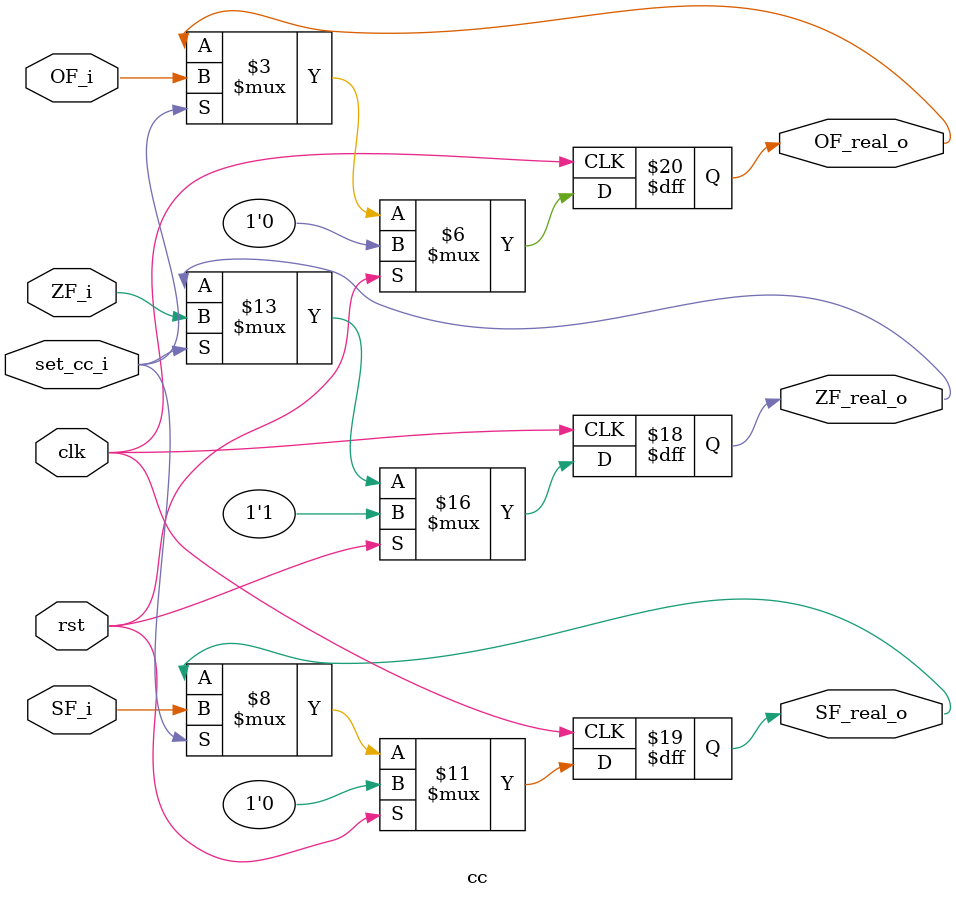
<source format=v>
`include "define.v"

module cc(
    input wire clk,
    input wire rst,
    input wire ZF_i,
    input wire SF_i,
    input wire OF_i,
    input wire set_cc_i,
    output reg ZF_real_o,
    output reg SF_real_o,
    output reg OF_real_o
    );
	
    //“Set CC,”which determines whether or not to update the condition codes, has signals m_stat and W_stat as inputs. These signals are used to detect cases where an instruction causing an exception is passing through later pipeline stages, and therefore any updating of the condition codes should be suppressed. This has been taken care of by the controller module.


    initial
    begin
	    ZF_real_o <= 1'B1;
	    SF_real_o <= 1'B0;
	    OF_real_o <= 1'B0;
    end

    always @(posedge clk)
    begin
	    if(rst)
	    begin
		    ZF_real_o <= 1'B1;
		    SF_real_o <= 1'B0;
		    OF_real_o <= 1'B0;
	    end
	    else if(set_cc_i)
	    begin
		    ZF_real_o <= ZF_i;
                    SF_real_o <= SF_i;
                    OF_real_o <= OF_i;
	    end
    end
    
endmodule

</source>
